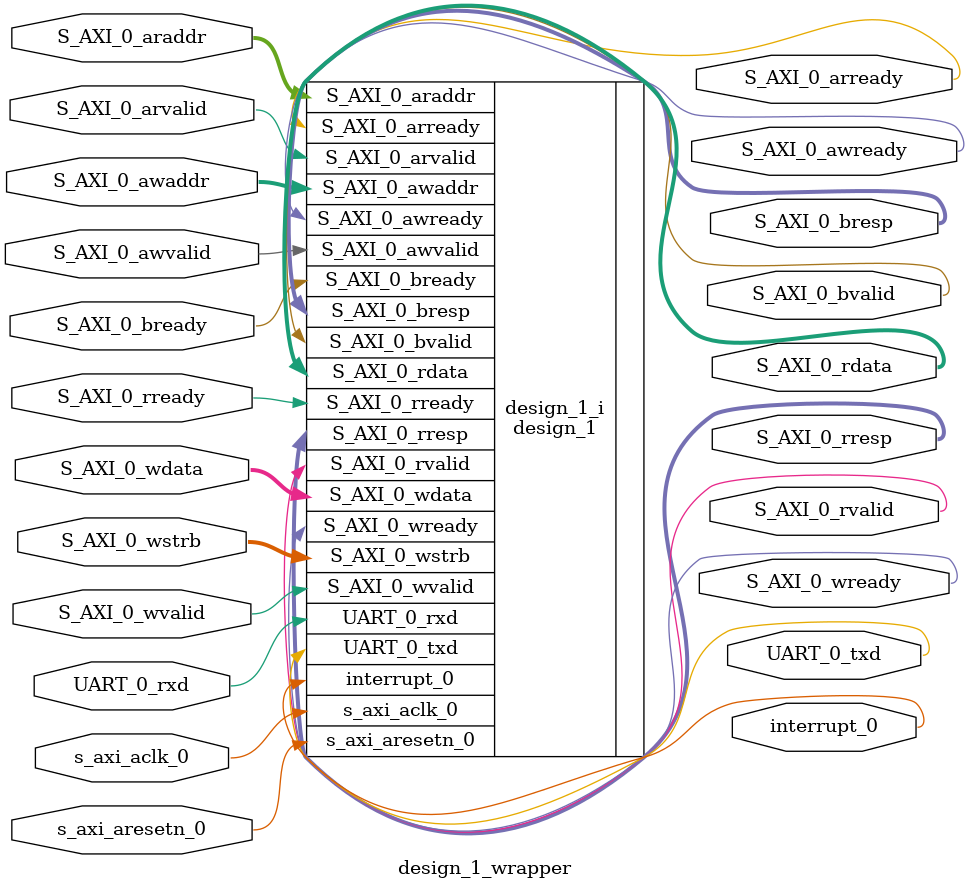
<source format=v>
`timescale 1 ps / 1 ps

module design_1_wrapper
   (S_AXI_0_araddr,
    S_AXI_0_arready,
    S_AXI_0_arvalid,
    S_AXI_0_awaddr,
    S_AXI_0_awready,
    S_AXI_0_awvalid,
    S_AXI_0_bready,
    S_AXI_0_bresp,
    S_AXI_0_bvalid,
    S_AXI_0_rdata,
    S_AXI_0_rready,
    S_AXI_0_rresp,
    S_AXI_0_rvalid,
    S_AXI_0_wdata,
    S_AXI_0_wready,
    S_AXI_0_wstrb,
    S_AXI_0_wvalid,
    UART_0_rxd,
    UART_0_txd,
    interrupt_0,
    s_axi_aclk_0,
    s_axi_aresetn_0);
  input [3:0]S_AXI_0_araddr;
  output S_AXI_0_arready;
  input S_AXI_0_arvalid;
  input [3:0]S_AXI_0_awaddr;
  output S_AXI_0_awready;
  input S_AXI_0_awvalid;
  input S_AXI_0_bready;
  output [1:0]S_AXI_0_bresp;
  output S_AXI_0_bvalid;
  output [31:0]S_AXI_0_rdata;
  input S_AXI_0_rready;
  output [1:0]S_AXI_0_rresp;
  output S_AXI_0_rvalid;
  input [31:0]S_AXI_0_wdata;
  output S_AXI_0_wready;
  input [3:0]S_AXI_0_wstrb;
  input S_AXI_0_wvalid;
  input UART_0_rxd;
  output UART_0_txd;
  output interrupt_0;
  input s_axi_aclk_0;
  input s_axi_aresetn_0;

  wire [3:0]S_AXI_0_araddr;
  wire S_AXI_0_arready;
  wire S_AXI_0_arvalid;
  wire [3:0]S_AXI_0_awaddr;
  wire S_AXI_0_awready;
  wire S_AXI_0_awvalid;
  wire S_AXI_0_bready;
  wire [1:0]S_AXI_0_bresp;
  wire S_AXI_0_bvalid;
  wire [31:0]S_AXI_0_rdata;
  wire S_AXI_0_rready;
  wire [1:0]S_AXI_0_rresp;
  wire S_AXI_0_rvalid;
  wire [31:0]S_AXI_0_wdata;
  wire S_AXI_0_wready;
  wire [3:0]S_AXI_0_wstrb;
  wire S_AXI_0_wvalid;
  wire UART_0_rxd;
  wire UART_0_txd;
  wire interrupt_0;
  wire s_axi_aclk_0;
  wire s_axi_aresetn_0;

  design_1 design_1_i
       (.S_AXI_0_araddr(S_AXI_0_araddr),
        .S_AXI_0_arready(S_AXI_0_arready),
        .S_AXI_0_arvalid(S_AXI_0_arvalid),
        .S_AXI_0_awaddr(S_AXI_0_awaddr),
        .S_AXI_0_awready(S_AXI_0_awready),
        .S_AXI_0_awvalid(S_AXI_0_awvalid),
        .S_AXI_0_bready(S_AXI_0_bready),
        .S_AXI_0_bresp(S_AXI_0_bresp),
        .S_AXI_0_bvalid(S_AXI_0_bvalid),
        .S_AXI_0_rdata(S_AXI_0_rdata),
        .S_AXI_0_rready(S_AXI_0_rready),
        .S_AXI_0_rresp(S_AXI_0_rresp),
        .S_AXI_0_rvalid(S_AXI_0_rvalid),
        .S_AXI_0_wdata(S_AXI_0_wdata),
        .S_AXI_0_wready(S_AXI_0_wready),
        .S_AXI_0_wstrb(S_AXI_0_wstrb),
        .S_AXI_0_wvalid(S_AXI_0_wvalid),
        .UART_0_rxd(UART_0_rxd),
        .UART_0_txd(UART_0_txd),
        .interrupt_0(interrupt_0),
        .s_axi_aclk_0(s_axi_aclk_0),
        .s_axi_aresetn_0(s_axi_aresetn_0));
endmodule

</source>
